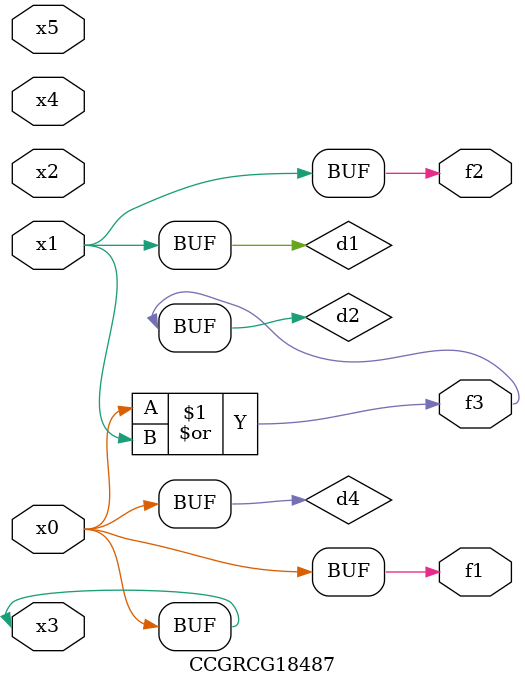
<source format=v>
module CCGRCG18487(
	input x0, x1, x2, x3, x4, x5,
	output f1, f2, f3
);

	wire d1, d2, d3, d4;

	and (d1, x1);
	or (d2, x0, x1);
	nand (d3, x0, x5);
	buf (d4, x0, x3);
	assign f1 = d4;
	assign f2 = d1;
	assign f3 = d2;
endmodule

</source>
